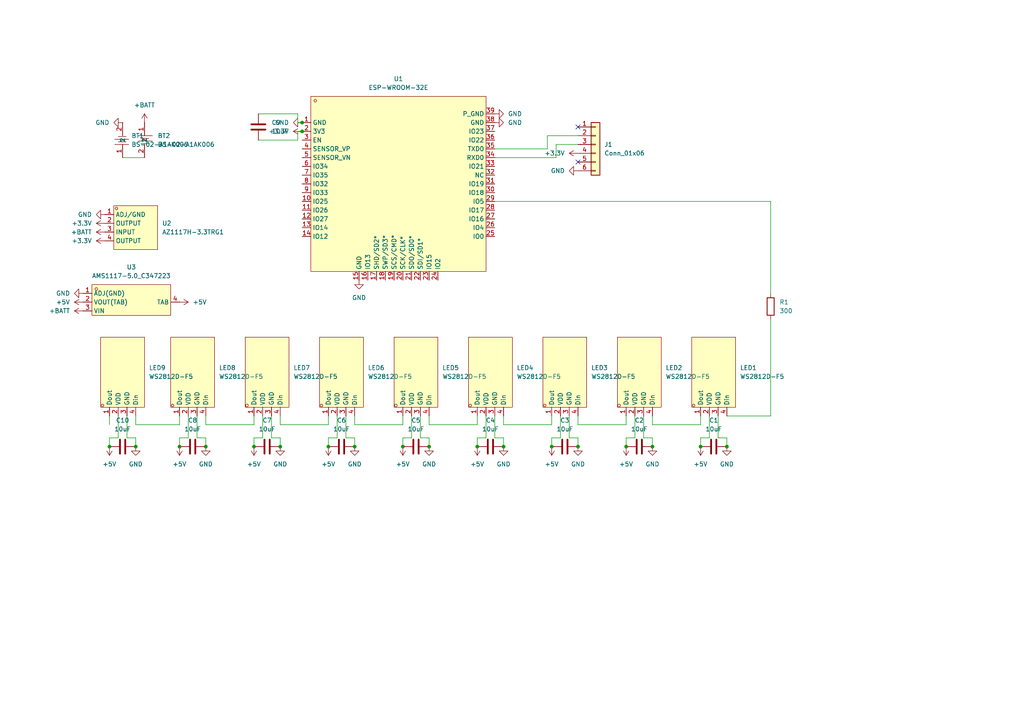
<source format=kicad_sch>
(kicad_sch (version 20231120) (generator "eeschema") (generator_version "8.0")
  (paper "A4")
  (lib_symbols
    (symbol "Connector_Generic:Conn_01x06" (pin_names (offset 1.016) hide)
      (property "Reference" "J" (at 0 7.62 0))
      (property "Value" "Conn_01x06" (at 0 -10.16 0))
      (symbol "Conn_01x06_1_1"
        (rectangle (start -1.27 -7.493) (end 0 -7.747) (stroke (width 0.1524)))
        (rectangle (start -1.27 -4.953) (end 0 -5.207) (stroke (width 0.1524)))
        (rectangle (start -1.27 -2.413) (end 0 -2.667) (stroke (width 0.1524)))
        (rectangle (start -1.27 0.127) (end 0 -0.127) (stroke (width 0.1524)))
        (rectangle (start -1.27 2.667) (end 0 2.413) (stroke (width 0.1524)))
        (rectangle (start -1.27 5.207) (end 0 4.953) (stroke (width 0.1524)))
        (rectangle (start -1.27 6.35) (end 1.27 -8.89) (stroke (width 0.254)) (fill (type background)))
        (pin passive line (at -5.08 5.08 0) (length 3.81) (name "Pin_1") (number "1"))
        (pin passive line (at -5.08 2.54 0) (length 3.81) (name "Pin_2") (number "2"))
        (pin passive line (at -5.08 0 0) (length 3.81) (name "Pin_3") (number "3"))
        (pin passive line (at -5.08 -2.54 0) (length 3.81) (name "Pin_4") (number "4"))
        (pin passive line (at -5.08 -5.08 0) (length 3.81) (name "Pin_5") (number "5"))
        (pin passive line (at -5.08 -7.62 0) (length 3.81) (name "Pin_6") (number "6"))
      )
    )
    (symbol "Device:C" (pin_numbers hide) (pin_names (offset 0.254))
      (property "Reference" "C" (at 0.635 2.54 0))
      (property "Value" "C" (at 0.635 -2.54 0))
      (symbol "C_0_1"
        (polyline (pts (xy -2.032 -0.762) (xy 2.032 -0.762)) (stroke (width 0.508)))
        (polyline (pts (xy -2.032 0.762) (xy 2.032 0.762)) (stroke (width 0.508)))
      )
      (symbol "C_1_1"
        (pin passive line (at 0 3.81 270) (length 2.794) (name "~") (number "1"))
        (pin passive line (at 0 -3.81 90) (length 2.794) (name "~") (number "2"))
      )
    )
    (symbol "Device:R" (pin_numbers hide) (pin_names (offset 0))
      (property "Reference" "R" (at 2.032 0 90))
      (property "Value" "R" (at 0 0 90))
      (symbol "R_0_1"
        (rectangle (start -1.016 -2.54) (end 1.016 2.54) (stroke (width 0.254)))
      )
      (symbol "R_1_1"
        (pin passive line (at 0 3.81 270) (length 1.27) (name "~") (number "1"))
        (pin passive line (at 0 -3.81 90) (length 1.27) (name "~") (number "2"))
      )
    )
    (symbol "easyeda2kicad:AMS1117-5.0_C347223"
      (property "Reference" "U" (at 0 7.62 0))
      (property "Value" "AMS1117-5.0_C347223" (at 0 -7.62 0))
      (symbol "AMS1117-5.0_C347223_0_1"
        (rectangle (start -12.7 5.08) (end 10.16 -3.81) (fill (type background)))
        (circle (center -11.43 3.81) (radius 0.38))
        (pin unspecified line (at -15.24 2.54 0) (length 2.54) (name "ADJ(GND)") (number "1"))
        (pin unspecified line (at -15.24 0 0) (length 2.54) (name "VOUT(TAB)") (number "2"))
        (pin unspecified line (at -15.24 -2.54 0) (length 2.54) (name "VIN") (number "3"))
        (pin unspecified line (at 12.7 0 180) (length 2.54) (name "TAB") (number "4"))
      )
    )
    (symbol "easyeda2kicad:AZ1117H-3.3TRG1"
      (property "Reference" "U" (at 0 8.89 0))
      (property "Value" "AZ1117H-3.3TRG1" (at 0 -8.89 0))
      (symbol "AZ1117H-3.3TRG1_0_1"
        (rectangle (start -5.08 6.35) (end 7.62 -6.35) (fill (type background)))
        (circle (center -4.32 5.59) (radius 0.38))
        (pin unspecified line (at -7.62 3.81 0) (length 2.54) (name "ADJ/GND") (number "1"))
        (pin unspecified line (at -7.62 1.27 0) (length 2.54) (name "OUTPUT") (number "2"))
        (pin unspecified line (at -7.62 -1.27 0) (length 2.54) (name "INPUT") (number "3"))
        (pin unspecified line (at -7.62 -3.81 0) (length 2.54) (name "OUTPUT") (number "4"))
      )
    )
    (symbol "easyeda2kicad:BS-02-A1AK006"
      (property "Reference" "BT" (at 0 5.08 0))
      (property "Value" "BS-02-A1AK006" (at 0 -5.08 0))
      (symbol "BS-02-A1AK006_0_1"
        (polyline (pts (xy -1.27 2.29) (xy -1.27 -1.78)))
        (polyline (pts (xy -0.51 1.27) (xy -0.51 -1.02)))
        (polyline (pts (xy 0.25 2.29) (xy 0.25 -1.78)))
        (polyline (pts (xy 1.02 1.27) (xy 1.02 -1.02)))
        (pin input line (at -5.08 0 0) (length 3.81) (name "1") (number "1"))
        (pin input line (at 5.08 0 180) (length 3.81) (name "2") (number "2"))
      )
    )
    (symbol "easyeda2kicad:ESP-WROOM-32E"
      (property "Reference" "U" (at 0 27.94 0))
      (property "Value" "ESP-WROOM-32E" (at 0 -30.48 0))
      (symbol "ESP-WROOM-32E_0_1"
        (rectangle (start -25.4 27.94) (end 25.4 -22.86) (fill (type background)))
        (circle (center -24.13 26.67) (radius 0.38))
        (pin unspecified line (at -27.94 20.32 0) (length 2.54) (name "GND") (number "1"))
        (pin unspecified line (at -27.94 -2.54 0) (length 2.54) (name "IO25") (number "10"))
        (pin unspecified line (at -27.94 -5.08 0) (length 2.54) (name "IO26") (number "11"))
        (pin unspecified line (at -27.94 -7.62 0) (length 2.54) (name "IO27") (number "12"))
        (pin unspecified line (at -27.94 -10.16 0) (length 2.54) (name "IO14") (number "13"))
        (pin unspecified line (at -27.94 -12.7 0) (length 2.54) (name "IO12") (number "14"))
        (pin unspecified line (at -11.43 -25.4 90) (length 2.54) (name "GND") (number "15"))
        (pin unspecified line (at -8.89 -25.4 90) (length 2.54) (name "IO13") (number "16"))
        (pin unspecified line (at -6.35 -25.4 90) (length 2.54) (name "SHD/SD2*") (number "17"))
        (pin unspecified line (at -3.81 -25.4 90) (length 2.54) (name "SWP/SD3*") (number "18"))
        (pin unspecified line (at -1.27 -25.4 90) (length 2.54) (name "SCS/CMD*") (number "19"))
        (pin unspecified line (at -27.94 17.78 0) (length 2.54) (name "3V3") (number "2"))
        (pin unspecified line (at 1.27 -25.4 90) (length 2.54) (name "SCK/CLK*") (number "20"))
        (pin unspecified line (at 3.81 -25.4 90) (length 2.54) (name "SDO/SD0*") (number "21"))
        (pin unspecified line (at 6.35 -25.4 90) (length 2.54) (name "SDI/SD1*") (number "22"))
        (pin unspecified line (at 8.89 -25.4 90) (length 2.54) (name "IO15") (number "23"))
        (pin unspecified line (at 11.43 -25.4 90) (length 2.54) (name "IO2") (number "24"))
        (pin unspecified line (at 27.94 -12.7 180) (length 2.54) (name "IO0") (number "25"))
        (pin unspecified line (at 27.94 -10.16 180) (length 2.54) (name "IO4") (number "26"))
        (pin unspecified line (at 27.94 -7.62 180) (length 2.54) (name "IO16") (number "27"))
        (pin unspecified line (at 27.94 -5.08 180) (length 2.54) (name "IO17") (number "28"))
        (pin unspecified line (at 27.94 -2.54 180) (length 2.54) (name "IO5") (number "29"))
        (pin unspecified line (at -27.94 15.24 0) (length 2.54) (name "EN") (number "3"))
        (pin unspecified line (at 27.94 0 180) (length 2.54) (name "IO18") (number "30"))
        (pin unspecified line (at 27.94 2.54 180) (length 2.54) (name "IO19") (number "31"))
        (pin unspecified line (at 27.94 5.08 180) (length 2.54) (name "NC") (number "32"))
        (pin unspecified line (at 27.94 7.62 180) (length 2.54) (name "IO21") (number "33"))
        (pin unspecified line (at 27.94 10.16 180) (length 2.54) (name "RXD0") (number "34"))
        (pin unspecified line (at 27.94 12.7 180) (length 2.54) (name "TXD0") (number "35"))
        (pin unspecified line (at 27.94 15.24 180) (length 2.54) (name "IO22") (number "36"))
        (pin unspecified line (at 27.94 17.78 180) (length 2.54) (name "IO23") (number "37"))
        (pin unspecified line (at 27.94 20.32 180) (length 2.54) (name "GND") (number "38"))
        (pin unspecified line (at 27.94 22.86 180) (length 2.54) (name "P_GND") (number "39"))
        (pin unspecified line (at -27.94 12.7 0) (length 2.54) (name "SENSOR_VP") (number "4"))
        (pin unspecified line (at -27.94 10.16 0) (length 2.54) (name "SENSOR_VN") (number "5"))
        (pin unspecified line (at -27.94 7.62 0) (length 2.54) (name "IO34") (number "6"))
        (pin unspecified line (at -27.94 5.08 0) (length 2.54) (name "IO35") (number "7"))
        (pin unspecified line (at -27.94 2.54 0) (length 2.54) (name "IO32") (number "8"))
        (pin unspecified line (at -27.94 0 0) (length 2.54) (name "IO33") (number "9"))
      )
    )
    (symbol "easyeda2kicad:WS2812D-F5"
      (property "Reference" "LED" (at 0 8.89 0))
      (property "Value" "WS2812D-F5" (at 0 -8.89 0))
      (symbol "WS2812D-F5_0_1"
        (rectangle (start -8.89 6.35) (end 11.43 -6.35) (fill (type background)))
        (circle (center -8.38 5.84) (radius 0.38))
        (pin unspecified line (at -11.43 3.81 0) (length 2.54) (name "Dout") (number "1"))
        (pin unspecified line (at -11.43 1.27 0) (length 2.54) (name "VDD") (number "2"))
        (pin unspecified line (at -11.43 -1.27 0) (length 2.54) (name "GND") (number "3"))
        (pin unspecified line (at -11.43 -3.81 0) (length 2.54) (name "Din") (number "4"))
      )
    )
    (symbol "power:+3.3V" (power) (pin_numbers hide) (pin_names (offset 0) hide)
      (property "Value" "+3.3V" (at 0 3.556 0))
      (symbol "+3.3V_0_1"
        (polyline (pts (xy -0.762 1.27) (xy 0 2.54)))
        (polyline (pts (xy 0 0) (xy 0 2.54)))
        (polyline (pts (xy 0 2.54) (xy 0.762 1.27)))
      )
      (symbol "+3.3V_1_1"
        (pin power_in line (at 0 0 90) (length 0) (name "~") (number "1"))
      )
    )
    (symbol "power:+5V" (power) (pin_numbers hide) (pin_names (offset 0) hide)
      (property "Value" "+5V" (at 0 3.556 0))
      (symbol "+5V_0_1"
        (polyline (pts (xy -0.762 1.27) (xy 0 2.54)))
        (polyline (pts (xy 0 0) (xy 0 2.54)))
        (polyline (pts (xy 0 2.54) (xy 0.762 1.27)))
      )
      (symbol "+5V_1_1"
        (pin power_in line (at 0 0 90) (length 0) (name "~") (number "1"))
      )
    )
    (symbol "power:+BATT" (power) (pin_numbers hide) (pin_names (offset 0) hide)
      (property "Value" "+BATT" (at 0 3.556 0))
      (symbol "+BATT_0_1"
        (polyline (pts (xy -0.762 1.27) (xy 0 2.54)))
        (polyline (pts (xy 0 0) (xy 0 2.54)))
        (polyline (pts (xy 0 2.54) (xy 0.762 1.27)))
      )
      (symbol "+BATT_1_1"
        (pin power_in line (at 0 0 90) (length 0) (name "~") (number "1"))
      )
    )
    (symbol "power:GND" (power) (pin_numbers hide) (pin_names (offset 0) hide)
      (property "Value" "GND" (at 0 -3.81 0))
      (symbol "GND_0_1"
        (polyline (pts (xy 0 0) (xy 0 -1.27) (xy 1.27 -1.27) (xy 0 -2.54) (xy -1.27 -1.27) (xy 0 -1.27)))
      )
      (symbol "GND_1_1"
        (pin power_in line (at 0 0 270) (length 0) (name "~") (number "1"))
      )
    )
  )
  (junction (at 203.2 129.54))
  (junction (at 59.69 129.54))
  (junction (at 189.23 129.54))
  (junction (at 210.82 129.54))
  (junction (at 73.66 129.54))
  (junction (at 167.64 129.54))
  (junction (at 124.46 129.54))
  (junction (at 181.61 129.54))
  (junction (at 138.43 129.54))
  (junction (at 39.37 129.54))
  (junction (at 146.05 129.54))
  (junction (at 102.87 129.54))
  (junction (at 95.25 129.54))
  (junction (at 87.63 38.1))
  (junction (at 81.28 129.54))
  (junction (at 160.02 129.54))
  (junction (at 31.75 129.54))
  (junction (at 116.84 129.54))
  (junction (at 87.63 35.56))
  (junction (at 52.07 129.54))
  (no_connect (at 167.64 46.99))
  (no_connect (at 167.64 36.83))
  (wire (pts (xy 86.36 35.56) (xy 87.63 35.56)))
  (wire (pts (xy 73.66 129.54) (xy 73.66 127)))
  (wire (pts (xy 161.29 41.91) (xy 161.29 45.72)))
  (wire (pts (xy 203.2 129.54) (xy 203.2 127)))
  (wire (pts (xy 119.38 127) (xy 119.38 120.65)))
  (wire (pts (xy 116.84 120.65) (xy 116.84 123.19)))
  (wire (pts (xy 143.51 58.42) (xy 223.52 58.42)))
  (wire (pts (xy 81.28 120.65) (xy 81.28 123.19)))
  (wire (pts (xy 95.25 127) (xy 97.79 127)))
  (wire (pts (xy 158.75 43.18) (xy 158.75 39.37)))
  (wire (pts (xy 181.61 123.19) (xy 167.64 123.19)))
  (wire (pts (xy 97.79 127) (xy 97.79 120.65)))
  (wire (pts (xy 158.75 39.37) (xy 167.64 39.37)))
  (wire (pts (xy 189.23 127) (xy 186.69 127)))
  (wire (pts (xy 52.07 120.65) (xy 52.07 123.19)))
  (wire (pts (xy 116.84 129.54) (xy 116.84 127)))
  (wire (pts (xy 161.29 45.72) (xy 143.51 45.72)))
  (wire (pts (xy 39.37 127) (xy 36.83 127)))
  (wire (pts (xy 86.36 40.64) (xy 86.36 38.1)))
  (wire (pts (xy 31.75 120.65) (xy 31.75 123.19)))
  (wire (pts (xy 189.23 120.65) (xy 189.23 123.19)))
  (wire (pts (xy 162.56 127) (xy 162.56 120.65)))
  (wire (pts (xy 181.61 129.54) (xy 181.61 127)))
  (wire (pts (xy 124.46 129.54) (xy 124.46 127)))
  (wire (pts (xy 165.1 127) (xy 165.1 120.65)))
  (wire (pts (xy 210.82 129.54) (xy 210.82 127)))
  (wire (pts (xy 160.02 127) (xy 162.56 127)))
  (wire (pts (xy 86.36 33.02) (xy 86.36 35.56)))
  (wire (pts (xy 59.69 120.65) (xy 59.69 123.19)))
  (wire (pts (xy 138.43 127) (xy 140.97 127)))
  (wire (pts (xy 143.51 43.18) (xy 158.75 43.18)))
  (wire (pts (xy 146.05 129.54) (xy 146.05 127)))
  (wire (pts (xy 203.2 127) (xy 205.74 127)))
  (wire (pts (xy 223.52 58.42) (xy 223.52 85.09)))
  (wire (pts (xy 167.64 120.65) (xy 167.64 123.19)))
  (wire (pts (xy 146.05 127) (xy 143.51 127)))
  (wire (pts (xy 160.02 129.54) (xy 160.02 127)))
  (wire (pts (xy 181.61 127) (xy 184.15 127)))
  (wire (pts (xy 73.66 123.19) (xy 59.69 123.19)))
  (wire (pts (xy 102.87 120.65) (xy 102.87 123.19)))
  (wire (pts (xy 59.69 129.54) (xy 59.69 127)))
  (wire (pts (xy 31.75 127) (xy 34.29 127)))
  (wire (pts (xy 34.29 127) (xy 34.29 120.65)))
  (wire (pts (xy 100.33 127) (xy 100.33 120.65)))
  (wire (pts (xy 160.02 120.65) (xy 160.02 123.19)))
  (wire (pts (xy 73.66 127) (xy 76.2 127)))
  (wire (pts (xy 186.69 127) (xy 186.69 120.65)))
  (wire (pts (xy 181.61 120.65) (xy 181.61 123.19)))
  (wire (pts (xy 31.75 129.54) (xy 31.75 127)))
  (wire (pts (xy 121.92 127) (xy 121.92 120.65)))
  (wire (pts (xy 160.02 123.19) (xy 146.05 123.19)))
  (wire (pts (xy 124.46 127) (xy 121.92 127)))
  (wire (pts (xy 102.87 127) (xy 100.33 127)))
  (wire (pts (xy 210.82 127) (xy 208.28 127)))
  (wire (pts (xy 146.05 120.65) (xy 146.05 123.19)))
  (wire (pts (xy 95.25 120.65) (xy 95.25 123.19)))
  (wire (pts (xy 81.28 129.54) (xy 81.28 127)))
  (wire (pts (xy 167.64 127) (xy 165.1 127)))
  (wire (pts (xy 39.37 123.19) (xy 52.07 123.19)))
  (wire (pts (xy 124.46 120.65) (xy 124.46 123.19)))
  (wire (pts (xy 78.74 127) (xy 78.74 120.65)))
  (wire (pts (xy 116.84 123.19) (xy 102.87 123.19)))
  (wire (pts (xy 138.43 123.19) (xy 124.46 123.19)))
  (wire (pts (xy 138.43 120.65) (xy 138.43 123.19)))
  (wire (pts (xy 81.28 127) (xy 78.74 127)))
  (wire (pts (xy 35.56 45.72) (xy 41.91 45.72)))
  (wire (pts (xy 102.87 129.54) (xy 102.87 127)))
  (wire (pts (xy 59.69 127) (xy 57.15 127)))
  (wire (pts (xy 184.15 127) (xy 184.15 120.65)))
  (wire (pts (xy 116.84 127) (xy 119.38 127)))
  (wire (pts (xy 138.43 129.54) (xy 138.43 127)))
  (wire (pts (xy 223.52 92.71) (xy 223.52 120.65)))
  (wire (pts (xy 95.25 123.19) (xy 81.28 123.19)))
  (wire (pts (xy 203.2 120.65) (xy 203.2 123.19)))
  (wire (pts (xy 52.07 127) (xy 54.61 127)))
  (wire (pts (xy 167.64 129.54) (xy 167.64 127)))
  (wire (pts (xy 143.51 127) (xy 143.51 120.65)))
  (wire (pts (xy 203.2 123.19) (xy 189.23 123.19)))
  (wire (pts (xy 76.2 127) (xy 76.2 120.65)))
  (wire (pts (xy 73.66 120.65) (xy 73.66 123.19)))
  (wire (pts (xy 95.25 129.54) (xy 95.25 127)))
  (wire (pts (xy 205.74 127) (xy 205.74 120.65)))
  (wire (pts (xy 86.36 38.1) (xy 87.63 38.1)))
  (wire (pts (xy 36.83 127) (xy 36.83 120.65)))
  (wire (pts (xy 39.37 120.65) (xy 39.37 123.19)))
  (wire (pts (xy 223.52 120.65) (xy 210.82 120.65)))
  (wire (pts (xy 57.15 127) (xy 57.15 120.65)))
  (wire (pts (xy 54.61 127) (xy 54.61 120.65)))
  (wire (pts (xy 39.37 129.54) (xy 39.37 127)))
  (wire (pts (xy 189.23 129.54) (xy 189.23 127)))
  (wire (pts (xy 74.93 33.02) (xy 86.36 33.02)))
  (wire (pts (xy 52.07 129.54) (xy 52.07 127)))
  (wire (pts (xy 74.93 40.64) (xy 86.36 40.64)))
  (wire (pts (xy 167.64 41.91) (xy 161.29 41.91)))
  (wire (pts (xy 208.28 127) (xy 208.28 120.65)))
  (wire (pts (xy 140.97 127) (xy 140.97 120.65)))
  (symbol (lib_id "power:+5V") (at 203.2 129.54 180) (unit 1)
    (property "Reference" "#PWR01" (effects (hide yes)))
    (property "Value" "+5V" (at 203.2 134.62 0))
    (property "Description" "Power symbol creates a global label with name \"+5V\"" (effects (hide yes)))
  )
  (symbol (lib_id "easyeda2kicad:ESP-WROOM-32E") (at 115.57 55.88 0) (unit 1)
    (property "Reference" "U1" (at 115.57 22.86 0))
    (property "Value" "ESP-WROOM-32E" (at 115.57 25.4 0))
    (property "Footprint" "easyeda2kicad:COMM-SMD_ESP-WROOM-32D" (effects (hide yes)))
    (property "LCSC Part" "C19949066" (effects (hide yes)))
  )
  (symbol (lib_id "easyeda2kicad:BS-02-A1AK006") (at 35.56 40.64 90) (unit 1)
    (property "Reference" "BT1" (at 38.1 39.3699 90) (effects (justify right)))
    (property "Value" "BS-02-A1AK006" (at 38.1 41.9099 90) (effects (justify right)))
    (property "Footprint" "easyeda2kicad:BAT-TH_BS-02-A1AK006" (effects (hide yes)))
    (property "LCSC Part" "C964746" (effects (hide yes)))
  )
  (symbol (lib_id "power:+BATT") (at 24.13 90.17 90) (unit 1)
    (property "Reference" "#PWR025" (effects (hide yes)))
    (property "Value" "+BATT" (at 20.32 90.1699 90) (effects (justify left)))
    (property "Description" "Power symbol creates a global label with name \"+BATT\"" (effects (hide yes)))
  )
  (symbol (lib_id "power:GND") (at 39.37 129.54 0) (unit 1)
    (property "Reference" "#PWR035" (effects (hide yes)))
    (property "Value" "GND" (at 39.37 134.62 0))
    (property "Description" "Power symbol creates a global label with name \"GND\" , ground" (effects (hide yes)))
  )
  (symbol (lib_id "Device:C") (at 74.93 36.83 180) (unit 1)
    (property "Reference" "C9" (at 78.74 35.5599 0) (effects (justify right)))
    (property "Value" "10uF" (at 78.74 38.0999 0) (effects (justify right)))
    (property "Footprint" "Capacitor_SMD:C_0603_1608Metric" (effects (hide yes)))
    (property "Description" "Unpolarized capacitor" (effects (hide yes)))
    (property "LCSC" "C19702" (effects (hide yes)))
  )
  (symbol (lib_id "power:+3.3V") (at 167.64 44.45 90) (unit 1)
    (property "Reference" "#PWR032" (effects (hide yes)))
    (property "Value" "+3.3V" (at 163.83 44.4499 90) (effects (justify left)))
    (property "Description" "Power symbol creates a global label with name \"+3.3V\"" (effects (hide yes)))
  )
  (symbol (lib_id "power:GND") (at 167.64 49.53 270) (unit 1)
    (property "Reference" "#PWR033" (effects (hide yes)))
    (property "Value" "GND" (at 163.83 49.5299 90) (effects (justify right)))
    (property "Description" "Power symbol creates a global label with name \"GND\" , ground" (effects (hide yes)))
  )
  (symbol (lib_id "Connector_Generic:Conn_01x06") (at 172.72 41.91 0) (unit 1)
    (property "Reference" "J1" (at 175.26 41.9099 0) (effects (justify left)))
    (property "Value" "Conn_01x06" (at 175.26 44.4499 0) (effects (justify left)))
    (property "Footprint" "Connector_PinSocket_2.54mm:PinSocket_1x06_P2.54mm_Vertical" (effects (hide yes)))
    (property "Description" "Generic connector, single row, 01x06, script generated (kicad-library-utils/schlib/autogen/connector/)" (effects (hide yes)))
  )
  (symbol (lib_id "power:GND") (at 167.64 129.54 0) (unit 1)
    (property "Reference" "#PWR06" (effects (hide yes)))
    (property "Value" "GND" (at 167.64 134.62 0))
    (property "Description" "Power symbol creates a global label with name \"GND\" , ground" (effects (hide yes)))
  )
  (symbol (lib_id "easyeda2kicad:WS2812D-F5") (at 142.24 109.22 90) (unit 1)
    (property "Reference" "LED4" (at 149.86 106.6799 90) (effects (justify right)))
    (property "Value" "WS2812D-F5" (at 149.86 109.2199 90) (effects (justify right)))
    (property "Footprint" "easyeda2kicad:LED-TH_4P-BD5.8-P1.30" (effects (hide yes)))
    (property "Datasheet" "https://lcsc.com/product-detail/Others_WS2812D-F5_C190565.html" (effects (hide yes)))
    (property "LCSC Part" "C190565" (effects (hide yes)))
  )
  (symbol (lib_id "easyeda2kicad:WS2812D-F5") (at 99.06 109.22 90) (unit 1)
    (property "Reference" "LED6" (at 106.68 106.6799 90) (effects (justify right)))
    (property "Value" "WS2812D-F5" (at 106.68 109.2199 90) (effects (justify right)))
    (property "Footprint" "easyeda2kicad:LED-TH_4P-BD5.8-P1.30" (effects (hide yes)))
    (property "Datasheet" "https://lcsc.com/product-detail/Others_WS2812D-F5_C190565.html" (effects (hide yes)))
    (property "LCSC Part" "C190565" (effects (hide yes)))
  )
  (symbol (lib_id "Device:C") (at 35.56 129.54 90) (unit 1)
    (property "Reference" "C10" (at 35.56 121.92 90))
    (property "Value" "10uF" (at 35.56 124.46 90))
    (property "Footprint" "Capacitor_SMD:C_0603_1608Metric" (effects (hide yes)))
    (property "Description" "Unpolarized capacitor" (effects (hide yes)))
    (property "LCSC" "C19702" (effects (hide yes)))
  )
  (symbol (lib_id "power:+5V") (at 138.43 129.54 180) (unit 1)
    (property "Reference" "#PWR07" (effects (hide yes)))
    (property "Value" "+5V" (at 138.43 134.62 0))
    (property "Description" "Power symbol creates a global label with name \"+5V\"" (effects (hide yes)))
  )
  (symbol (lib_id "power:GND") (at 124.46 129.54 0) (unit 1)
    (property "Reference" "#PWR010" (effects (hide yes)))
    (property "Value" "GND" (at 124.46 134.62 0))
    (property "Description" "Power symbol creates a global label with name \"GND\" , ground" (effects (hide yes)))
  )
  (symbol (lib_id "power:GND") (at 210.82 129.54 0) (unit 1)
    (property "Reference" "#PWR02" (effects (hide yes)))
    (property "Value" "GND" (at 210.82 134.62 0))
    (property "Description" "Power symbol creates a global label with name \"GND\" , ground" (effects (hide yes)))
  )
  (symbol (lib_id "easyeda2kicad:WS2812D-F5") (at 163.83 109.22 90) (unit 1)
    (property "Reference" "LED3" (at 171.45 106.6799 90) (effects (justify right)))
    (property "Value" "WS2812D-F5" (at 171.45 109.2199 90) (effects (justify right)))
    (property "Footprint" "easyeda2kicad:LED-TH_4P-BD5.8-P1.30" (effects (hide yes)))
    (property "Datasheet" "https://lcsc.com/product-detail/Others_WS2812D-F5_C190565.html" (effects (hide yes)))
    (property "LCSC Part" "C190565" (effects (hide yes)))
  )
  (symbol (lib_id "power:+5V") (at 160.02 129.54 180) (unit 1)
    (property "Reference" "#PWR05" (effects (hide yes)))
    (property "Value" "+5V" (at 160.02 134.62 0))
    (property "Description" "Power symbol creates a global label with name \"+5V\"" (effects (hide yes)))
  )
  (symbol (lib_id "power:+5V") (at 181.61 129.54 180) (unit 1)
    (property "Reference" "#PWR03" (effects (hide yes)))
    (property "Value" "+5V" (at 181.61 134.62 0))
    (property "Description" "Power symbol creates a global label with name \"+5V\"" (effects (hide yes)))
  )
  (symbol (lib_id "power:GND") (at 59.69 129.54 0) (unit 1)
    (property "Reference" "#PWR016" (effects (hide yes)))
    (property "Value" "GND" (at 59.69 134.62 0))
    (property "Description" "Power symbol creates a global label with name \"GND\" , ground" (effects (hide yes)))
  )
  (symbol (lib_id "Device:C") (at 99.06 129.54 90) (unit 1)
    (property "Reference" "C6" (at 99.06 121.92 90))
    (property "Value" "10uF" (at 99.06 124.46 90))
    (property "Footprint" "Capacitor_SMD:C_0603_1608Metric" (effects (hide yes)))
    (property "Description" "Unpolarized capacitor" (effects (hide yes)))
    (property "LCSC" "C19702" (effects (hide yes)))
  )
  (symbol (lib_id "easyeda2kicad:BS-02-A1AK006") (at 41.91 40.64 270) (unit 1)
    (property "Reference" "BT2" (at 45.72 39.3699 90) (effects (justify left)))
    (property "Value" "BS-02-A1AK006" (at 45.72 41.9099 90) (effects (justify left)))
    (property "Footprint" "easyeda2kicad:BAT-TH_BS-02-A1AK006" (effects (hide yes)))
    (property "LCSC Part" "C964746" (effects (hide yes)))
  )
  (symbol (lib_id "Device:C") (at 163.83 129.54 90) (unit 1)
    (property "Reference" "C3" (at 163.83 121.92 90))
    (property "Value" "10uF" (at 163.83 124.46 90))
    (property "Footprint" "Capacitor_SMD:C_0603_1608Metric" (effects (hide yes)))
    (property "Description" "Unpolarized capacitor" (effects (hide yes)))
    (property "LCSC" "C19702" (effects (hide yes)))
  )
  (symbol (lib_id "easyeda2kicad:WS2812D-F5") (at 185.42 109.22 90) (unit 1)
    (property "Reference" "LED2" (at 193.04 106.6799 90) (effects (justify right)))
    (property "Value" "WS2812D-F5" (at 193.04 109.2199 90) (effects (justify right)))
    (property "Footprint" "easyeda2kicad:LED-TH_4P-BD5.8-P1.30" (effects (hide yes)))
    (property "Datasheet" "https://lcsc.com/product-detail/Others_WS2812D-F5_C190565.html" (effects (hide yes)))
    (property "LCSC Part" "C190565" (effects (hide yes)))
  )
  (symbol (lib_id "power:GND") (at 104.14 81.28 0) (unit 1)
    (property "Reference" "#PWR029" (effects (hide yes)))
    (property "Value" "GND" (at 104.14 86.36 0))
    (property "Description" "Power symbol creates a global label with name \"GND\" , ground" (effects (hide yes)))
  )
  (symbol (lib_id "Device:C") (at 55.88 129.54 90) (unit 1)
    (property "Reference" "C8" (at 55.88 121.92 90))
    (property "Value" "10uF" (at 55.88 124.46 90))
    (property "Footprint" "Capacitor_SMD:C_0603_1608Metric" (effects (hide yes)))
    (property "Description" "Unpolarized capacitor" (effects (hide yes)))
    (property "LCSC" "C19702" (effects (hide yes)))
  )
  (symbol (lib_id "power:+3.3V") (at 30.48 69.85 90) (unit 1)
    (property "Reference" "#PWR018" (effects (hide yes)))
    (property "Value" "+3.3V" (at 26.67 69.8499 90) (effects (justify left)))
    (property "Description" "Power symbol creates a global label with name \"+3.3V\"" (effects (hide yes)))
  )
  (symbol (lib_id "Device:C") (at 120.65 129.54 90) (unit 1)
    (property "Reference" "C5" (at 120.65 121.92 90))
    (property "Value" "10uF" (at 120.65 124.46 90))
    (property "Footprint" "Capacitor_SMD:C_0603_1608Metric" (effects (hide yes)))
    (property "Description" "Unpolarized capacitor" (effects (hide yes)))
    (property "LCSC" "C19702" (effects (hide yes)))
  )
  (symbol (lib_id "power:GND") (at 24.13 85.09 270) (unit 1)
    (property "Reference" "#PWR026" (effects (hide yes)))
    (property "Value" "GND" (at 20.32 85.0899 90) (effects (justify right)))
    (property "Description" "Power symbol creates a global label with name \"GND\" , ground" (effects (hide yes)))
  )
  (symbol (lib_id "power:+3.3V") (at 87.63 38.1 90) (unit 1)
    (property "Reference" "#PWR027" (effects (hide yes)))
    (property "Value" "+3.3V" (at 83.82 38.0999 90) (effects (justify left)))
    (property "Description" "Power symbol creates a global label with name \"+3.3V\"" (effects (hide yes)))
  )
  (symbol (lib_id "power:+BATT") (at 30.48 67.31 90) (unit 1)
    (property "Reference" "#PWR021" (effects (hide yes)))
    (property "Value" "+BATT" (at 26.67 67.3099 90) (effects (justify left)))
    (property "Description" "Power symbol creates a global label with name \"+BATT\"" (effects (hide yes)))
  )
  (symbol (lib_id "easyeda2kicad:AZ1117H-3.3TRG1") (at 38.1 66.04 0) (unit 1)
    (property "Reference" "U2" (at 46.99 64.7699 0) (effects (justify left)))
    (property "Value" "AZ1117H-3.3TRG1" (at 46.99 67.3099 0) (effects (justify left)))
    (property "Footprint" "easyeda2kicad:SOT-223-3_L6.5-W3.4-P2.30-LS7.0-BR" (effects (hide yes)))
    (property "Datasheet" "https://lcsc.com/product-detail/Low-Dropout-Regulators-LDO_DIODES_AZ1117H-3-3TRG1_AZ1117H-3-3TRG1_C110474.html" (effects (hide yes)))
    (property "LCSC Part" "C110474" (effects (hide yes)))
  )
  (symbol (lib_id "Device:C") (at 142.24 129.54 90) (unit 1)
    (property "Reference" "C4" (at 142.24 121.92 90))
    (property "Value" "10uF" (at 142.24 124.46 90))
    (property "Footprint" "Capacitor_SMD:C_0603_1608Metric" (effects (hide yes)))
    (property "Description" "Unpolarized capacitor" (effects (hide yes)))
    (property "LCSC" "C19702" (effects (hide yes)))
  )
  (symbol (lib_id "power:GND") (at 143.51 33.02 90) (unit 1)
    (property "Reference" "#PWR031" (effects (hide yes)))
    (property "Value" "GND" (at 147.32 33.0199 90) (effects (justify right)))
    (property "Description" "Power symbol creates a global label with name \"GND\" , ground" (effects (hide yes)))
  )
  (symbol (lib_id "power:GND") (at 102.87 129.54 0) (unit 1)
    (property "Reference" "#PWR012" (effects (hide yes)))
    (property "Value" "GND" (at 102.87 134.62 0))
    (property "Description" "Power symbol creates a global label with name \"GND\" , ground" (effects (hide yes)))
  )
  (symbol (lib_id "power:+5V") (at 73.66 129.54 180) (unit 1)
    (property "Reference" "#PWR013" (effects (hide yes)))
    (property "Value" "+5V" (at 73.66 134.62 0))
    (property "Description" "Power symbol creates a global label with name \"+5V\"" (effects (hide yes)))
  )
  (symbol (lib_id "power:GND") (at 146.05 129.54 0) (unit 1)
    (property "Reference" "#PWR08" (effects (hide yes)))
    (property "Value" "GND" (at 146.05 134.62 0))
    (property "Description" "Power symbol creates a global label with name \"GND\" , ground" (effects (hide yes)))
  )
  (symbol (lib_id "power:GND") (at 35.56 35.56 270) (unit 1)
    (property "Reference" "#PWR017" (effects (hide yes)))
    (property "Value" "GND" (at 31.75 35.5599 90) (effects (justify right)))
    (property "Description" "Power symbol creates a global label with name \"GND\" , ground" (effects (hide yes)))
  )
  (symbol (lib_id "Device:C") (at 207.01 129.54 90) (unit 1)
    (property "Reference" "C1" (at 207.01 121.92 90))
    (property "Value" "10uF" (at 207.01 124.46 90))
    (property "Footprint" "Capacitor_SMD:C_0603_1608Metric" (effects (hide yes)))
    (property "Description" "Unpolarized capacitor" (effects (hide yes)))
    (property "LCSC" "C19702" (effects (hide yes)))
  )
  (symbol (lib_id "easyeda2kicad:WS2812D-F5") (at 77.47 109.22 90) (unit 1)
    (property "Reference" "LED7" (at 85.09 106.6799 90) (effects (justify right)))
    (property "Value" "WS2812D-F5" (at 85.09 109.2199 90) (effects (justify right)))
    (property "Footprint" "easyeda2kicad:LED-TH_4P-BD5.8-P1.30" (effects (hide yes)))
    (property "Datasheet" "https://lcsc.com/product-detail/Others_WS2812D-F5_C190565.html" (effects (hide yes)))
    (property "LCSC Part" "C190565" (effects (hide yes)))
  )
  (symbol (lib_id "power:+5V") (at 52.07 129.54 180) (unit 1)
    (property "Reference" "#PWR015" (effects (hide yes)))
    (property "Value" "+5V" (at 52.07 134.62 0))
    (property "Description" "Power symbol creates a global label with name \"+5V\"" (effects (hide yes)))
  )
  (symbol (lib_id "power:GND") (at 143.51 35.56 90) (unit 1)
    (property "Reference" "#PWR030" (effects (hide yes)))
    (property "Value" "GND" (at 147.32 35.5599 90) (effects (justify right)))
    (property "Description" "Power symbol creates a global label with name \"GND\" , ground" (effects (hide yes)))
  )
  (symbol (lib_id "easyeda2kicad:WS2812D-F5") (at 55.88 109.22 90) (unit 1)
    (property "Reference" "LED8" (at 63.5 106.6799 90) (effects (justify right)))
    (property "Value" "WS2812D-F5" (at 63.5 109.2199 90) (effects (justify right)))
    (property "Footprint" "easyeda2kicad:LED-TH_4P-BD5.8-P1.30" (effects (hide yes)))
    (property "Datasheet" "https://lcsc.com/product-detail/Others_WS2812D-F5_C190565.html" (effects (hide yes)))
    (property "LCSC Part" "C190565" (effects (hide yes)))
  )
  (symbol (lib_id "power:GND") (at 81.28 129.54 0) (unit 1)
    (property "Reference" "#PWR014" (effects (hide yes)))
    (property "Value" "GND" (at 81.28 134.62 0))
    (property "Description" "Power symbol creates a global label with name \"GND\" , ground" (effects (hide yes)))
  )
  (symbol (lib_id "Device:C") (at 77.47 129.54 90) (unit 1)
    (property "Reference" "C7" (at 77.47 121.92 90))
    (property "Value" "10uF" (at 77.47 124.46 90))
    (property "Footprint" "Capacitor_SMD:C_0603_1608Metric" (effects (hide yes)))
    (property "Description" "Unpolarized capacitor" (effects (hide yes)))
    (property "LCSC" "C19702" (effects (hide yes)))
  )
  (symbol (lib_id "power:GND") (at 189.23 129.54 0) (unit 1)
    (property "Reference" "#PWR04" (effects (hide yes)))
    (property "Value" "GND" (at 189.23 134.62 0))
    (property "Description" "Power symbol creates a global label with name \"GND\" , ground" (effects (hide yes)))
  )
  (symbol (lib_id "power:+5V") (at 52.07 87.63 270) (unit 1)
    (property "Reference" "#PWR024" (effects (hide yes)))
    (property "Value" "+5V" (at 55.88 87.6299 90) (effects (justify left)))
    (property "Description" "Power symbol creates a global label with name \"+5V\"" (effects (hide yes)))
  )
  (symbol (lib_id "easyeda2kicad:WS2812D-F5") (at 120.65 109.22 90) (unit 1)
    (property "Reference" "LED5" (at 128.27 106.6799 90) (effects (justify right)))
    (property "Value" "WS2812D-F5" (at 128.27 109.2199 90) (effects (justify right)))
    (property "Footprint" "easyeda2kicad:LED-TH_4P-BD5.8-P1.30" (effects (hide yes)))
    (property "Datasheet" "https://lcsc.com/product-detail/Others_WS2812D-F5_C190565.html" (effects (hide yes)))
    (property "LCSC Part" "C190565" (effects (hide yes)))
  )
  (symbol (lib_id "Device:R") (at 223.52 88.9 0) (unit 1)
    (property "Reference" "R1" (at 226.06 87.6299 0) (effects (justify left)))
    (property "Value" "300" (at 226.06 90.1699 0) (effects (justify left)))
    (property "Footprint" "Resistor_SMD:R_0603_1608Metric" (effects (hide yes)))
    (property "Description" "Resistor" (effects (hide yes)))
    (property "LCSC" "C114617" (effects (hide yes)))
  )
  (symbol (lib_id "power:+5V") (at 116.84 129.54 180) (unit 1)
    (property "Reference" "#PWR09" (effects (hide yes)))
    (property "Value" "+5V" (at 116.84 134.62 0))
    (property "Description" "Power symbol creates a global label with name \"+5V\"" (effects (hide yes)))
  )
  (symbol (lib_id "easyeda2kicad:WS2812D-F5") (at 35.56 109.22 90) (unit 1)
    (property "Reference" "LED9" (at 43.18 106.6799 90) (effects (justify right)))
    (property "Value" "WS2812D-F5" (at 43.18 109.2199 90) (effects (justify right)))
    (property "Footprint" "easyeda2kicad:LED-TH_4P-BD5.8-P1.30" (effects (hide yes)))
    (property "Datasheet" "https://lcsc.com/product-detail/Others_WS2812D-F5_C190565.html" (effects (hide yes)))
    (property "LCSC Part" "C190565" (effects (hide yes)))
  )
  (symbol (lib_id "power:GND") (at 87.63 35.56 270) (unit 1)
    (property "Reference" "#PWR028" (effects (hide yes)))
    (property "Value" "GND" (at 83.82 35.5599 90) (effects (justify right)))
    (property "Description" "Power symbol creates a global label with name \"GND\" , ground" (effects (hide yes)))
  )
  (symbol (lib_id "power:+5V") (at 31.75 129.54 180) (unit 1)
    (property "Reference" "#PWR034" (effects (hide yes)))
    (property "Value" "+5V" (at 31.75 134.62 0))
    (property "Description" "Power symbol creates a global label with name \"+5V\"" (effects (hide yes)))
  )
  (symbol (lib_id "power:GND") (at 30.48 62.23 270) (unit 1)
    (property "Reference" "#PWR022" (effects (hide yes)))
    (property "Value" "GND" (at 26.67 62.2299 90) (effects (justify right)))
    (property "Description" "Power symbol creates a global label with name \"GND\" , ground" (effects (hide yes)))
  )
  (symbol (lib_id "easyeda2kicad:WS2812D-F5") (at 207.01 109.22 90) (unit 1)
    (property "Reference" "LED1" (at 214.63 106.6799 90) (effects (justify right)))
    (property "Value" "WS2812D-F5" (at 214.63 109.2199 90) (effects (justify right)))
    (property "Footprint" "easyeda2kicad:LED-TH_4P-BD5.8-P1.30" (effects (hide yes)))
    (property "Datasheet" "https://lcsc.com/product-detail/Others_WS2812D-F5_C190565.html" (effects (hide yes)))
    (property "LCSC Part" "C190565" (effects (hide yes)))
  )
  (symbol (lib_id "easyeda2kicad:AMS1117-5.0_C347223") (at 39.37 87.63 0) (unit 1)
    (property "Reference" "U3" (at 38.1 77.47 0))
    (property "Value" "AMS1117-5.0_C347223" (at 38.1 80.01 0))
    (property "Footprint" "easyeda2kicad:SOT-223_L6.7-W3.5-P2.30-BR" (effects (hide yes)))
    (property "Datasheet" "https://lcsc.com/product-detail/Others_Youtai-Semiconductor-Co-Ltd-AMS1117-5-0_C347223.html" (effects (hide yes)))
    (property "LCSC Part" "C347223" (effects (hide yes)))
  )
  (symbol (lib_id "power:+5V") (at 95.25 129.54 180) (unit 1)
    (property "Reference" "#PWR011" (effects (hide yes)))
    (property "Value" "+5V" (at 95.25 134.62 0))
    (property "Description" "Power symbol creates a global label with name \"+5V\"" (effects (hide yes)))
  )
  (symbol (lib_id "power:+3.3V") (at 30.48 64.77 90) (unit 1)
    (property "Reference" "#PWR019" (effects (hide yes)))
    (property "Value" "+3.3V" (at 26.67 64.7699 90) (effects (justify left)))
    (property "Description" "Power symbol creates a global label with name \"+3.3V\"" (effects (hide yes)))
  )
  (symbol (lib_id "power:+5V") (at 24.13 87.63 90) (unit 1)
    (property "Reference" "#PWR023" (effects (hide yes)))
    (property "Value" "+5V" (at 20.32 87.6299 90) (effects (justify left)))
    (property "Description" "Power symbol creates a global label with name \"+5V\"" (effects (hide yes)))
  )
  (symbol (lib_id "power:+BATT") (at 41.91 35.56 0) (unit 1)
    (property "Reference" "#PWR020" (effects (hide yes)))
    (property "Value" "+BATT" (at 41.91 30.48 0))
    (property "Description" "Power symbol creates a global label with name \"+BATT\"" (effects (hide yes)))
  )
  (symbol (lib_id "Device:C") (at 185.42 129.54 90) (unit 1)
    (property "Reference" "C2" (at 185.42 121.92 90))
    (property "Value" "10uF" (at 185.42 124.46 90))
    (property "Footprint" "Capacitor_SMD:C_0603_1608Metric" (effects (hide yes)))
    (property "Description" "Unpolarized capacitor" (effects (hide yes)))
    (property "LCSC" "C19702" (effects (hide yes)))
  )
)
</source>
